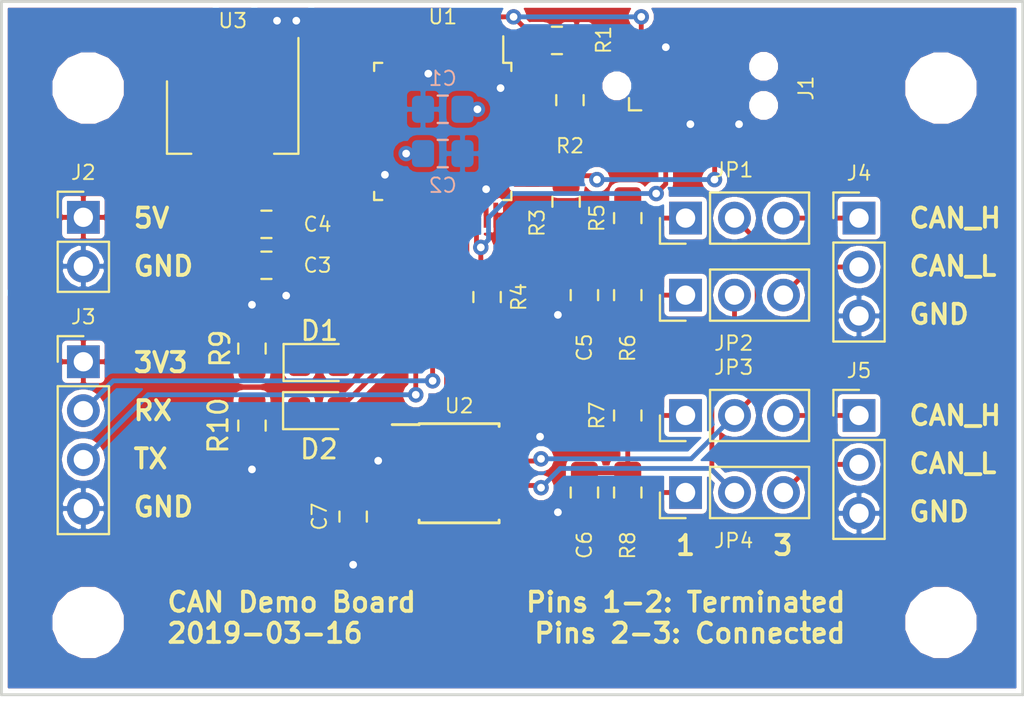
<source format=kicad_pcb>
(kicad_pcb (version 20171130) (host pcbnew 5.0.1+dfsg1-3)
  (layers (0 F.Cu signal) (31 B.Cu signal) (34 B.Paste user) (35 F.Paste user) (36 B.SilkS user) (37 F.SilkS user) (38 B.Mask user) (39 F.Mask user) (44 Edge.Cuts user))
  (net 0 "")
  (net 1 "Net-(JP3-Pad1)")
  (net 2 "Net-(C6-Pad1)")
  (net 3 "Net-(JP2-Pad1)")
  (net 4 "Net-(C5-Pad1)")
  (net 5 "Net-(JP1-Pad1)")
  (net 6 +3V3)
  (net 7 /SWDIO)
  (net 8 /SWDCLK)
  (net 9 GND)
  (net 10 "Net-(R2-Pad1)")
  (net 11 /~RESET)
  (net 12 "Net-(JP4-Pad1)")
  (net 13 +5V)
  (net 14 /CAN_TX)
  (net 15 /CAN_RX)
  (net 16 /CAN_L)
  (net 17 /CAN_H)
  (net 18 "Net-(U1-Pad2)")
  (net 19 "Net-(U1-Pad3)")
  (net 20 "Net-(U1-Pad4)")
  (net 21 "Net-(U1-Pad5)")
  (net 22 "Net-(U1-Pad6)")
  (net 23 "Net-(U1-Pad10)")
  (net 24 "Net-(U1-Pad11)")
  (net 25 "Net-(U1-Pad12)")
  (net 26 "Net-(U1-Pad13)")
  (net 27 "Net-(U1-Pad14)")
  (net 28 "Net-(U1-Pad15)")
  (net 29 "Net-(U1-Pad16)")
  (net 30 "Net-(U1-Pad17)")
  (net 31 "Net-(U1-Pad18)")
  (net 32 "Net-(U1-Pad19)")
  (net 33 "Net-(U1-Pad20)")
  (net 34 "Net-(U1-Pad21)")
  (net 35 "Net-(U1-Pad22)")
  (net 36 "Net-(U1-Pad27)")
  (net 37 "Net-(U1-Pad28)")
  (net 38 "Net-(U1-Pad29)")
  (net 39 /USART1_TX)
  (net 40 /USART1_RX)
  (net 41 "Net-(U1-Pad38)")
  (net 42 "Net-(U1-Pad39)")
  (net 43 "Net-(U1-Pad40)")
  (net 44 "Net-(U1-Pad41)")
  (net 45 "Net-(U1-Pad42)")
  (net 46 "Net-(U1-Pad43)")
  (net 47 "Net-(U1-Pad45)")
  (net 48 "Net-(U1-Pad46)")
  (net 49 /sheet5C8ECB51/OUT_L)
  (net 50 /Sheet5C8E6DBF/OUT_H)
  (net 51 /Sheet5C8E6DBF/OUT_L)
  (net 52 /sheet5C8ECB51/OUT_H)
  (net 53 "Net-(J1-Pad6)")
  (net 54 "Net-(J1-Pad7)")
  (net 55 "Net-(J1-Pad8)")
  (net 56 "Net-(D1-Pad1)")
  (net 57 "Net-(D2-Pad1)")
  (net 58 /LED_1)
  (net 59 /LED_2)
  (module LED_SMD:LED_0805_2012Metric_Pad1.15x1.40mm_HandSolder (layer F.Cu) (at 100.5 108.75)
    (fp_text reference D1 (at 0 -1.65) (layer F.SilkS))
    (fp_text value LED)
    (fp_line (start -1.86 0.96) (end 1 0.96) (layer F.SilkS) (width 0.12))
    (fp_line (start -1.86 -0.96) (end -1.86 0.96) (layer F.SilkS) (width 0.12))
    (fp_line (start 1 -0.96) (end -1.86 -0.96) (layer F.SilkS) (width 0.12))
    (pad 2 smd roundrect (at 1.025 0) (size 1.15 1.4) (layers F.Cu F.Paste F.Mask) (roundrect_rratio 0.217391) (net 58 /LED_1))
    (pad 1 smd roundrect (at -1.025 0) (size 1.15 1.4) (layers F.Cu F.Paste F.Mask) (roundrect_rratio 0.217391) (net 56 "Net-(D1-Pad1)"))
  )
  (module LED_SMD:LED_0805_2012Metric_Pad1.15x1.40mm_HandSolder (layer F.Cu) (at 100.475 111.25)
    (fp_text reference D2 (at 0 2) (layer F.SilkS))
    (fp_text value LED)
    (fp_line (start 1 -0.96) (end -1.86 -0.96) (layer F.SilkS) (width 0.12))
    (fp_line (start -1.86 -0.96) (end -1.86 0.96) (layer F.SilkS) (width 0.12))
    (fp_line (start -1.86 0.96) (end 1 0.96) (layer F.SilkS) (width 0.12))
    (pad 1 smd roundrect (at -1.025 0) (size 1.15 1.4) (layers F.Cu F.Paste F.Mask) (roundrect_rratio 0.217391) (net 57 "Net-(D2-Pad1)"))
    (pad 2 smd roundrect (at 1.025 0) (size 1.15 1.4) (layers F.Cu F.Paste F.Mask) (roundrect_rratio 0.217391) (net 59 /LED_2))
  )
  (module Resistor_SMD:R_0805_2012Metric_Pad1.15x1.40mm_HandSolder (layer F.Cu) (at 97 112.025 270)
    (fp_text reference R10 (at 0 1.75 270) (layer F.SilkS))
    (fp_text value 330R)
    (fp_line (start -0.261252 0.71) (end 0.261252 0.71) (layer F.SilkS) (width 0.12))
    (fp_line (start -0.261252 -0.71) (end 0.261252 -0.71) (layer F.SilkS) (width 0.12))
    (pad 2 smd roundrect (at 1.025 0 270) (size 1.15 1.4) (layers F.Cu F.Paste F.Mask) (roundrect_rratio 0.217391) (net 9 GND))
    (pad 1 smd roundrect (at -1.025 0 270) (size 1.15 1.4) (layers F.Cu F.Paste F.Mask) (roundrect_rratio 0.217391) (net 57 "Net-(D2-Pad1)"))
  )
  (module Resistor_SMD:R_0805_2012Metric_Pad1.15x1.40mm_HandSolder (layer F.Cu) (at 97 108.025 90)
    (fp_text reference R9 (at 0 -1.65 90) (layer F.SilkS))
    (fp_text value 330R)
    (fp_line (start -0.261252 -0.71) (end 0.261252 -0.71) (layer F.SilkS) (width 0.12))
    (fp_line (start -0.261252 0.71) (end 0.261252 0.71) (layer F.SilkS) (width 0.12))
    (pad 1 smd roundrect (at -1.025 0 90) (size 1.15 1.4) (layers F.Cu F.Paste F.Mask) (roundrect_rratio 0.217391) (net 56 "Net-(D1-Pad1)"))
    (pad 2 smd roundrect (at 1.025 0 90) (size 1.15 1.4) (layers F.Cu F.Paste F.Mask) (roundrect_rratio 0.217391) (net 9 GND))
  )
  (module Capacitor_SMD:C_0805_2012Metric_Pad1.15x1.40mm_HandSolder (layer F.Cu) (at 102.25 116.75 270)
    (fp_text reference C7 (at 0 1.75 270) (layer F.SilkS) (effects (font (size 0.75 0.75) (thickness 0.1))))
    (fp_text value "10uF / 6.3V")
    (fp_line (start -0.261252 -0.71) (end 0.261252 -0.71) (layer F.SilkS) (width 0.12))
    (fp_line (start -0.261252 0.71) (end 0.261252 0.71) (layer F.SilkS) (width 0.12))
    (pad 1 smd roundrect (at -1.025 0 270) (size 1.15 1.4) (layers F.Cu F.Paste F.Mask) (roundrect_rratio 0.217391) (net 6 +3V3))
    (pad 2 smd roundrect (at 1.025 0 270) (size 1.15 1.4) (layers F.Cu F.Paste F.Mask) (roundrect_rratio 0.217391) (net 9 GND))
  )
  (module Connector_TagConnect:Tag-Connect_TC2050-IDC-NL_2x05_P1.27mm_Vertical (layer F.Cu) (at 119.74 94.384)
    (fp_text reference J1 (at 6.01 0.116 90) (layer F.SilkS) (effects (font (size 0.75 0.75) (thickness 0.1))))
    (fp_text value Conn_ARM_JTAG_SWD_10)
    (fp_line (start -3.175 1.27) (end -3.175 0.635) (layer F.SilkS) (width 0.12))
    (fp_line (start -2.54 1.27) (end -3.175 1.27) (layer F.SilkS) (width 0.12))
    (pad "" np_thru_hole circle (at 3.81 -1.016) (size 0.9906 0.9906) (drill 0.9906) (layers *.Cu *.Mask))
    (pad "" np_thru_hole circle (at 3.81 1.016) (size 0.9906 0.9906) (drill 0.9906) (layers *.Cu *.Mask))
    (pad "" np_thru_hole circle (at -3.81 0) (size 0.9906 0.9906) (drill 0.9906) (layers *.Cu *.Mask))
    (pad 1 connect circle (at -2.54 0.635) (size 0.7874 0.7874) (layers F.Cu F.Mask) (net 6 +3V3))
    (pad 2 connect circle (at -1.27 0.635) (size 0.7874 0.7874) (layers F.Cu F.Mask) (net 7 /SWDIO))
    (pad 3 connect circle (at 0 0.635) (size 0.7874 0.7874) (layers F.Cu F.Mask) (net 9 GND))
    (pad 4 connect circle (at 1.27 0.635) (size 0.7874 0.7874) (layers F.Cu F.Mask) (net 8 /SWDCLK))
    (pad 5 connect circle (at 2.54 0.635) (size 0.7874 0.7874) (layers F.Cu F.Mask) (net 9 GND))
    (pad 6 connect circle (at 2.54 -0.635) (size 0.7874 0.7874) (layers F.Cu F.Mask) (net 53 "Net-(J1-Pad6)"))
    (pad 7 connect circle (at 1.27 -0.635) (size 0.7874 0.7874) (layers F.Cu F.Mask) (net 54 "Net-(J1-Pad7)"))
    (pad 8 connect circle (at 0 -0.635) (size 0.7874 0.7874) (layers F.Cu F.Mask) (net 55 "Net-(J1-Pad8)"))
    (pad 9 connect circle (at -1.27 -0.635) (size 0.7874 0.7874) (layers F.Cu F.Mask) (net 9 GND))
    (pad 10 connect circle (at -2.54 -0.635) (size 0.7874 0.7874) (layers F.Cu F.Mask) (net 11 /~RESET))
  )
  (module Connector_PinHeader_2.54mm:PinHeader_1x03_P2.54mm_Vertical (layer F.Cu) (at 128.5 111.5)
    (fp_text reference J5 (at 0 -2.33) (layer F.SilkS) (effects (font (size 0.75 0.75) (thickness 0.1))))
    (fp_text value Conn_01x03)
    (fp_line (start -1.33 -1.33) (end 0 -1.33) (layer F.SilkS) (width 0.12))
    (fp_line (start -1.33 0) (end -1.33 -1.33) (layer F.SilkS) (width 0.12))
    (fp_line (start -1.33 1.27) (end 1.33 1.27) (layer F.SilkS) (width 0.12))
    (fp_line (start 1.33 1.27) (end 1.33 6.41) (layer F.SilkS) (width 0.12))
    (fp_line (start -1.33 1.27) (end -1.33 6.41) (layer F.SilkS) (width 0.12))
    (fp_line (start -1.33 6.41) (end 1.33 6.41) (layer F.SilkS) (width 0.12))
    (pad 3 thru_hole oval (at 0 5.08) (size 1.7 1.7) (drill 1) (layers *.Cu *.Mask) (net 9 GND))
    (pad 2 thru_hole oval (at 0 2.54) (size 1.7 1.7) (drill 1) (layers *.Cu *.Mask) (net 49 /sheet5C8ECB51/OUT_L))
    (pad 1 thru_hole rect (at 0 0) (size 1.7 1.7) (drill 1) (layers *.Cu *.Mask) (net 52 /sheet5C8ECB51/OUT_H))
  )
  (module Connector_PinHeader_2.54mm:PinHeader_1x03_P2.54mm_Vertical (layer F.Cu) (at 128.5 101.25)
    (fp_text reference J4 (at 0 -2.33) (layer F.SilkS) (effects (font (size 0.75 0.75) (thickness 0.1))))
    (fp_text value Conn_01x03)
    (fp_line (start -1.33 6.41) (end 1.33 6.41) (layer F.SilkS) (width 0.12))
    (fp_line (start -1.33 1.27) (end -1.33 6.41) (layer F.SilkS) (width 0.12))
    (fp_line (start 1.33 1.27) (end 1.33 6.41) (layer F.SilkS) (width 0.12))
    (fp_line (start -1.33 1.27) (end 1.33 1.27) (layer F.SilkS) (width 0.12))
    (fp_line (start -1.33 0) (end -1.33 -1.33) (layer F.SilkS) (width 0.12))
    (fp_line (start -1.33 -1.33) (end 0 -1.33) (layer F.SilkS) (width 0.12))
    (pad 1 thru_hole rect (at 0 0) (size 1.7 1.7) (drill 1) (layers *.Cu *.Mask) (net 50 /Sheet5C8E6DBF/OUT_H))
    (pad 2 thru_hole oval (at 0 2.54) (size 1.7 1.7) (drill 1) (layers *.Cu *.Mask) (net 51 /Sheet5C8E6DBF/OUT_L))
    (pad 3 thru_hole oval (at 0 5.08) (size 1.7 1.7) (drill 1) (layers *.Cu *.Mask) (net 9 GND))
  )
  (module MountingHole:MountingHole_3.2mm_M3 (layer F.Cu) (at 132.75 122.25)
    (fp_text reference H1 hide)
    (fp_text value MountingHole)
    (pad 1 np_thru_hole circle (at 0 0) (size 3.2 3.2) (drill 3.2) (layers *.Cu *.Mask))
  )
  (module MountingHole:MountingHole_3.2mm_M3 (layer F.Cu) (at 132.75 94.5)
    (fp_text reference H2 hide)
    (fp_text value MountingHole)
    (pad 1 np_thru_hole circle (at 0 0) (size 3.2 3.2) (drill 3.2) (layers *.Cu *.Mask))
  )
  (module MountingHole:MountingHole_3.2mm_M3 (layer F.Cu) (at 88.5 122.25)
    (fp_text reference H3 hide)
    (fp_text value MountingHole)
    (pad 1 np_thru_hole circle (at 0 0) (size 3.2 3.2) (drill 3.2) (layers *.Cu *.Mask))
  )
  (module MountingHole:MountingHole_3.2mm_M3 (layer F.Cu) (at 88.5 94.5)
    (fp_text reference H4 hide)
    (fp_text value MountingHole)
    (pad 1 np_thru_hole circle (at 0 0) (size 3.2 3.2) (drill 3.2) (layers *.Cu *.Mask))
  )
  (module Capacitor_SMD:C_0805_2012Metric_Pad1.15x1.40mm_HandSolder (layer F.Cu) (at 114.25 105.25 270)
    (fp_text reference C5 (at 2.725 0 90) (layer F.SilkS) (effects (font (size 0.75 0.75) (thickness 0.1))))
    (fp_text value "4700pF / 50V")
    (fp_line (start -0.261252 -0.71) (end 0.261252 -0.71) (layer F.SilkS) (width 0.12))
    (fp_line (start -0.261252 0.71) (end 0.261252 0.71) (layer F.SilkS) (width 0.12))
    (pad 1 smd roundrect (at -1.025 0 270) (size 1.15 1.4) (layers F.Cu F.Paste F.Mask) (roundrect_rratio 0.217391) (net 4 "Net-(C5-Pad1)"))
    (pad 2 smd roundrect (at 1.025 0 270) (size 1.15 1.4) (layers F.Cu F.Paste F.Mask) (roundrect_rratio 0.217391) (net 9 GND))
  )
  (module Connector_PinHeader_2.54mm:PinHeader_1x03_P2.54mm_Vertical (layer F.Cu) (at 119.5 101.25 90)
    (fp_text reference JP1 (at 2.5 2.5 180) (layer F.SilkS) (effects (font (size 0.75 0.75) (thickness 0.1))))
    (fp_text value Jumper_3_Open)
    (fp_line (start -1.33 6.41) (end 1.33 6.41) (layer F.SilkS) (width 0.12))
    (fp_line (start -1.33 1.27) (end -1.33 6.41) (layer F.SilkS) (width 0.12))
    (fp_line (start 1.33 1.27) (end 1.33 6.41) (layer F.SilkS) (width 0.12))
    (fp_line (start -1.33 1.27) (end 1.33 1.27) (layer F.SilkS) (width 0.12))
    (fp_line (start -1.33 0) (end -1.33 -1.33) (layer F.SilkS) (width 0.12))
    (fp_line (start -1.33 -1.33) (end 0 -1.33) (layer F.SilkS) (width 0.12))
    (pad 1 thru_hole rect (at 0 0 90) (size 1.7 1.7) (drill 1) (layers *.Cu *.Mask) (net 5 "Net-(JP1-Pad1)"))
    (pad 2 thru_hole oval (at 0 2.54 90) (size 1.7 1.7) (drill 1) (layers *.Cu *.Mask) (net 17 /CAN_H))
    (pad 3 thru_hole oval (at 0 5.08 90) (size 1.7 1.7) (drill 1) (layers *.Cu *.Mask) (net 50 /Sheet5C8E6DBF/OUT_H))
  )
  (module Connector_PinHeader_2.54mm:PinHeader_1x03_P2.54mm_Vertical (layer F.Cu) (at 119.5 105.25 90)
    (fp_text reference JP2 (at -2.5 2.5 180) (layer F.SilkS) (effects (font (size 0.75 0.75) (thickness 0.1))))
    (fp_text value Jumper_3_Open)
    (fp_line (start -1.33 -1.33) (end 0 -1.33) (layer F.SilkS) (width 0.12))
    (fp_line (start -1.33 0) (end -1.33 -1.33) (layer F.SilkS) (width 0.12))
    (fp_line (start -1.33 1.27) (end 1.33 1.27) (layer F.SilkS) (width 0.12))
    (fp_line (start 1.33 1.27) (end 1.33 6.41) (layer F.SilkS) (width 0.12))
    (fp_line (start -1.33 1.27) (end -1.33 6.41) (layer F.SilkS) (width 0.12))
    (fp_line (start -1.33 6.41) (end 1.33 6.41) (layer F.SilkS) (width 0.12))
    (pad 3 thru_hole oval (at 0 5.08 90) (size 1.7 1.7) (drill 1) (layers *.Cu *.Mask) (net 51 /Sheet5C8E6DBF/OUT_L))
    (pad 2 thru_hole oval (at 0 2.54 90) (size 1.7 1.7) (drill 1) (layers *.Cu *.Mask) (net 16 /CAN_L))
    (pad 1 thru_hole rect (at 0 0 90) (size 1.7 1.7) (drill 1) (layers *.Cu *.Mask) (net 3 "Net-(JP2-Pad1)"))
  )
  (module Resistor_SMD:R_0805_2012Metric_Pad1.15x1.40mm_HandSolder (layer F.Cu) (at 116.5 101.25 270)
    (fp_text reference R5 (at 0 1.6 270) (layer F.SilkS) (effects (font (size 0.75 0.75) (thickness 0.1))))
    (fp_text value "59R / 1%")
    (fp_line (start -0.261252 0.71) (end 0.261252 0.71) (layer F.SilkS) (width 0.12))
    (fp_line (start -0.261252 -0.71) (end 0.261252 -0.71) (layer F.SilkS) (width 0.12))
    (pad 2 smd roundrect (at 1.025 0 270) (size 1.15 1.4) (layers F.Cu F.Paste F.Mask) (roundrect_rratio 0.217391) (net 4 "Net-(C5-Pad1)"))
    (pad 1 smd roundrect (at -1.025 0 270) (size 1.15 1.4) (layers F.Cu F.Paste F.Mask) (roundrect_rratio 0.217391) (net 5 "Net-(JP1-Pad1)"))
  )
  (module Resistor_SMD:R_0805_2012Metric_Pad1.15x1.40mm_HandSolder (layer F.Cu) (at 116.5 105.25 270)
    (fp_text reference R6 (at 2.75 0 270) (layer F.SilkS) (effects (font (size 0.75 0.75) (thickness 0.1))))
    (fp_text value "59R / 1%")
    (fp_line (start -0.261252 -0.71) (end 0.261252 -0.71) (layer F.SilkS) (width 0.12))
    (fp_line (start -0.261252 0.71) (end 0.261252 0.71) (layer F.SilkS) (width 0.12))
    (pad 1 smd roundrect (at -1.025 0 270) (size 1.15 1.4) (layers F.Cu F.Paste F.Mask) (roundrect_rratio 0.217391) (net 4 "Net-(C5-Pad1)"))
    (pad 2 smd roundrect (at 1.025 0 270) (size 1.15 1.4) (layers F.Cu F.Paste F.Mask) (roundrect_rratio 0.217391) (net 3 "Net-(JP2-Pad1)"))
  )
  (module Capacitor_SMD:C_0805_2012Metric_Pad1.15x1.40mm_HandSolder (layer B.Cu) (at 106.9 97.9)
    (fp_text reference C2 (at 0 1.65) (layer B.SilkS) (effects (font (size 0.75 0.75) (thickness 0.1)) (justify mirror)))
    (fp_text value "10uF / 6.3V")
    (fp_line (start -0.261252 -0.71) (end 0.261252 -0.71) (layer B.SilkS) (width 0.12))
    (fp_line (start -0.261252 0.71) (end 0.261252 0.71) (layer B.SilkS) (width 0.12))
    (pad 2 smd roundrect (at 1.025 0) (size 1.15 1.4) (layers B.Cu B.Paste B.Mask) (roundrect_rratio 0.217391) (net 9 GND))
    (pad 1 smd roundrect (at -1.025 0) (size 1.15 1.4) (layers B.Cu B.Paste B.Mask) (roundrect_rratio 0.217391) (net 6 +3V3))
  )
  (module Capacitor_SMD:C_0805_2012Metric_Pad1.15x1.40mm_HandSolder (layer F.Cu) (at 97.75 103.7 180)
    (fp_text reference C3 (at -2.65 0 180) (layer F.SilkS) (effects (font (size 0.75 0.75) (thickness 0.1))))
    (fp_text value "10uF / 6.3V")
    (fp_line (start -0.261252 -0.71) (end 0.261252 -0.71) (layer F.SilkS) (width 0.12))
    (fp_line (start -0.261252 0.71) (end 0.261252 0.71) (layer F.SilkS) (width 0.12))
    (pad 1 smd roundrect (at -1.025 0 180) (size 1.15 1.4) (layers F.Cu F.Paste F.Mask) (roundrect_rratio 0.217391) (net 9 GND))
    (pad 2 smd roundrect (at 1.025 0 180) (size 1.15 1.4) (layers F.Cu F.Paste F.Mask) (roundrect_rratio 0.217391) (net 13 +5V))
  )
  (module Capacitor_SMD:C_0805_2012Metric_Pad1.15x1.40mm_HandSolder (layer F.Cu) (at 97.75 101.575 180)
    (fp_text reference C4 (at -2.65 0 180) (layer F.SilkS) (effects (font (size 0.75 0.75) (thickness 0.1))))
    (fp_text value "10uF / 6.3V")
    (fp_line (start -0.261252 0.71) (end 0.261252 0.71) (layer F.SilkS) (width 0.12))
    (fp_line (start -0.261252 -0.71) (end 0.261252 -0.71) (layer F.SilkS) (width 0.12))
    (pad 2 smd roundrect (at 1.025 0 180) (size 1.15 1.4) (layers F.Cu F.Paste F.Mask) (roundrect_rratio 0.217391) (net 6 +3V3))
    (pad 1 smd roundrect (at -1.025 0 180) (size 1.15 1.4) (layers F.Cu F.Paste F.Mask) (roundrect_rratio 0.217391) (net 9 GND))
  )
  (module Capacitor_SMD:C_0805_2012Metric_Pad1.15x1.40mm_HandSolder (layer F.Cu) (at 114.25 115.5 270)
    (fp_text reference C6 (at 2.725 0 90) (layer F.SilkS) (effects (font (size 0.75 0.75) (thickness 0.1))))
    (fp_text value "4700pF / 50V")
    (fp_line (start -0.261252 0.71) (end 0.261252 0.71) (layer F.SilkS) (width 0.12))
    (fp_line (start -0.261252 -0.71) (end 0.261252 -0.71) (layer F.SilkS) (width 0.12))
    (pad 2 smd roundrect (at 1.025 0 270) (size 1.15 1.4) (layers F.Cu F.Paste F.Mask) (roundrect_rratio 0.217391) (net 9 GND))
    (pad 1 smd roundrect (at -1.025 0 270) (size 1.15 1.4) (layers F.Cu F.Paste F.Mask) (roundrect_rratio 0.217391) (net 2 "Net-(C6-Pad1)"))
  )
  (module Capacitor_SMD:C_0805_2012Metric_Pad1.15x1.40mm_HandSolder (layer B.Cu) (at 106.9 95.6)
    (fp_text reference C1 (at 0 -1.6) (layer B.SilkS) (effects (font (size 0.75 0.75) (thickness 0.1)) (justify mirror)))
    (fp_text value "10uF / 6.3V")
    (fp_line (start -0.261252 0.71) (end 0.261252 0.71) (layer B.SilkS) (width 0.12))
    (fp_line (start -0.261252 -0.71) (end 0.261252 -0.71) (layer B.SilkS) (width 0.12))
    (pad 1 smd roundrect (at -1.025 0) (size 1.15 1.4) (layers B.Cu B.Paste B.Mask) (roundrect_rratio 0.217391) (net 9 GND))
    (pad 2 smd roundrect (at 1.025 0) (size 1.15 1.4) (layers B.Cu B.Paste B.Mask) (roundrect_rratio 0.217391) (net 6 +3V3))
  )
  (module Connector_PinHeader_2.54mm:PinHeader_1x02_P2.54mm_Vertical (layer F.Cu) (at 88.25 101.21)
    (fp_text reference J2 (at 0 -2.33) (layer F.SilkS) (effects (font (size 0.75 0.75) (thickness 0.1))))
    (fp_text value Conn_01x02)
    (fp_line (start -1.33 3.87) (end 1.33 3.87) (layer F.SilkS) (width 0.12))
    (fp_line (start -1.33 1.27) (end -1.33 3.87) (layer F.SilkS) (width 0.12))
    (fp_line (start 1.33 1.27) (end 1.33 3.87) (layer F.SilkS) (width 0.12))
    (fp_line (start -1.33 1.27) (end 1.33 1.27) (layer F.SilkS) (width 0.12))
    (fp_line (start -1.33 0) (end -1.33 -1.33) (layer F.SilkS) (width 0.12))
    (fp_line (start -1.33 -1.33) (end 0 -1.33) (layer F.SilkS) (width 0.12))
    (pad 1 thru_hole rect (at 0 0) (size 1.7 1.7) (drill 1) (layers *.Cu *.Mask) (net 13 +5V))
    (pad 2 thru_hole oval (at 0 2.54) (size 1.7 1.7) (drill 1) (layers *.Cu *.Mask) (net 9 GND))
  )
  (module Connector_PinHeader_2.54mm:PinHeader_1x03_P2.54mm_Vertical (layer F.Cu) (at 119.5 111.5 90)
    (fp_text reference JP3 (at 2.5 2.5 180) (layer F.SilkS) (effects (font (size 0.75 0.75) (thickness 0.1))))
    (fp_text value Jumper_3_Open)
    (fp_line (start -1.33 -1.33) (end 0 -1.33) (layer F.SilkS) (width 0.12))
    (fp_line (start -1.33 0) (end -1.33 -1.33) (layer F.SilkS) (width 0.12))
    (fp_line (start -1.33 1.27) (end 1.33 1.27) (layer F.SilkS) (width 0.12))
    (fp_line (start 1.33 1.27) (end 1.33 6.41) (layer F.SilkS) (width 0.12))
    (fp_line (start -1.33 1.27) (end -1.33 6.41) (layer F.SilkS) (width 0.12))
    (fp_line (start -1.33 6.41) (end 1.33 6.41) (layer F.SilkS) (width 0.12))
    (pad 3 thru_hole oval (at 0 5.08 90) (size 1.7 1.7) (drill 1) (layers *.Cu *.Mask) (net 52 /sheet5C8ECB51/OUT_H))
    (pad 2 thru_hole oval (at 0 2.54 90) (size 1.7 1.7) (drill 1) (layers *.Cu *.Mask) (net 17 /CAN_H))
    (pad 1 thru_hole rect (at 0 0 90) (size 1.7 1.7) (drill 1) (layers *.Cu *.Mask) (net 1 "Net-(JP3-Pad1)"))
  )
  (module Connector_PinHeader_2.54mm:PinHeader_1x03_P2.54mm_Vertical (layer F.Cu) (at 119.5 115.5 90)
    (fp_text reference JP4 (at -2.5 2.5 180) (layer F.SilkS) (effects (font (size 0.75 0.75) (thickness 0.1))))
    (fp_text value Jumper_3_Open)
    (fp_line (start -1.33 6.41) (end 1.33 6.41) (layer F.SilkS) (width 0.12))
    (fp_line (start -1.33 1.27) (end -1.33 6.41) (layer F.SilkS) (width 0.12))
    (fp_line (start 1.33 1.27) (end 1.33 6.41) (layer F.SilkS) (width 0.12))
    (fp_line (start -1.33 1.27) (end 1.33 1.27) (layer F.SilkS) (width 0.12))
    (fp_line (start -1.33 0) (end -1.33 -1.33) (layer F.SilkS) (width 0.12))
    (fp_line (start -1.33 -1.33) (end 0 -1.33) (layer F.SilkS) (width 0.12))
    (pad 1 thru_hole rect (at 0 0 90) (size 1.7 1.7) (drill 1) (layers *.Cu *.Mask) (net 12 "Net-(JP4-Pad1)"))
    (pad 2 thru_hole oval (at 0 2.54 90) (size 1.7 1.7) (drill 1) (layers *.Cu *.Mask) (net 16 /CAN_L))
    (pad 3 thru_hole oval (at 0 5.08 90) (size 1.7 1.7) (drill 1) (layers *.Cu *.Mask) (net 49 /sheet5C8ECB51/OUT_L))
  )
  (module Connector_PinHeader_2.54mm:PinHeader_1x04_P2.54mm_Vertical (layer F.Cu) (at 88.25 108.71)
    (fp_text reference J3 (at 0 -2.33) (layer F.SilkS) (effects (font (size 0.75 0.75) (thickness 0.1))))
    (fp_text value Conn_01x04)
    (fp_line (start -1.33 8.95) (end 1.33 8.95) (layer F.SilkS) (width 0.12))
    (fp_line (start -1.33 1.27) (end -1.33 8.95) (layer F.SilkS) (width 0.12))
    (fp_line (start 1.33 1.27) (end 1.33 8.95) (layer F.SilkS) (width 0.12))
    (fp_line (start -1.33 1.27) (end 1.33 1.27) (layer F.SilkS) (width 0.12))
    (fp_line (start -1.33 0) (end -1.33 -1.33) (layer F.SilkS) (width 0.12))
    (fp_line (start -1.33 -1.33) (end 0 -1.33) (layer F.SilkS) (width 0.12))
    (pad 1 thru_hole rect (at 0 0) (size 1.7 1.7) (drill 1) (layers *.Cu *.Mask) (net 6 +3V3))
    (pad 2 thru_hole oval (at 0 2.54) (size 1.7 1.7) (drill 1) (layers *.Cu *.Mask) (net 40 /USART1_RX))
    (pad 3 thru_hole oval (at 0 5.08) (size 1.7 1.7) (drill 1) (layers *.Cu *.Mask) (net 39 /USART1_TX))
    (pad 4 thru_hole oval (at 0 7.62) (size 1.7 1.7) (drill 1) (layers *.Cu *.Mask) (net 9 GND))
  )
  (module Package_QFP:LQFP-48_7x7mm_P0.5mm (layer F.Cu) (at 106.9 96.75 270)
    (fp_text reference U1 (at -5.95 0) (layer F.SilkS) (effects (font (size 0.75 0.75) (thickness 0.1))))
    (fp_text value STM32F091CBTx)
    (fp_line (start 3.56 -3.56) (end 3.56 -3.14) (layer F.SilkS) (width 0.12))
    (fp_line (start 3.56 3.56) (end 3.56 3.14) (layer F.SilkS) (width 0.12))
    (fp_line (start -3.56 3.56) (end -3.56 3.14) (layer F.SilkS) (width 0.12))
    (fp_line (start -3.56 -3.56) (end -3.14 -3.56) (layer F.SilkS) (width 0.12))
    (fp_line (start 3.56 3.56) (end 3.14 3.56) (layer F.SilkS) (width 0.12))
    (fp_line (start 3.56 -3.56) (end 3.14 -3.56) (layer F.SilkS) (width 0.12))
    (fp_line (start -3.56 -3.14) (end -4.94 -3.14) (layer F.SilkS) (width 0.12))
    (fp_line (start -3.56 -3.56) (end -3.56 -3.14) (layer F.SilkS) (width 0.12))
    (fp_line (start -3.56 3.56) (end -3.14 3.56) (layer F.SilkS) (width 0.12))
    (pad 1 smd rect (at -4.35 -2.75 270) (size 1.3 0.25) (layers F.Cu F.Paste F.Mask) (net 6 +3V3))
    (pad 2 smd rect (at -4.35 -2.25 270) (size 1.3 0.25) (layers F.Cu F.Paste F.Mask) (net 18 "Net-(U1-Pad2)"))
    (pad 3 smd rect (at -4.35 -1.75 270) (size 1.3 0.25) (layers F.Cu F.Paste F.Mask) (net 19 "Net-(U1-Pad3)"))
    (pad 4 smd rect (at -4.35 -1.25 270) (size 1.3 0.25) (layers F.Cu F.Paste F.Mask) (net 20 "Net-(U1-Pad4)"))
    (pad 5 smd rect (at -4.35 -0.75 270) (size 1.3 0.25) (layers F.Cu F.Paste F.Mask) (net 21 "Net-(U1-Pad5)"))
    (pad 6 smd rect (at -4.35 -0.25 270) (size 1.3 0.25) (layers F.Cu F.Paste F.Mask) (net 22 "Net-(U1-Pad6)"))
    (pad 7 smd rect (at -4.35 0.25 270) (size 1.3 0.25) (layers F.Cu F.Paste F.Mask) (net 11 /~RESET))
    (pad 8 smd rect (at -4.35 0.75 270) (size 1.3 0.25) (layers F.Cu F.Paste F.Mask) (net 9 GND))
    (pad 9 smd rect (at -4.35 1.25 270) (size 1.3 0.25) (layers F.Cu F.Paste F.Mask) (net 6 +3V3))
    (pad 10 smd rect (at -4.35 1.75 270) (size 1.3 0.25) (layers F.Cu F.Paste F.Mask) (net 23 "Net-(U1-Pad10)"))
    (pad 11 smd rect (at -4.35 2.25 270) (size 1.3 0.25) (layers F.Cu F.Paste F.Mask) (net 24 "Net-(U1-Pad11)"))
    (pad 12 smd rect (at -4.35 2.75 270) (size 1.3 0.25) (layers F.Cu F.Paste F.Mask) (net 25 "Net-(U1-Pad12)"))
    (pad 13 smd rect (at -2.75 4.35) (size 1.3 0.25) (layers F.Cu F.Paste F.Mask) (net 26 "Net-(U1-Pad13)"))
    (pad 14 smd rect (at -2.25 4.35) (size 1.3 0.25) (layers F.Cu F.Paste F.Mask) (net 27 "Net-(U1-Pad14)"))
    (pad 15 smd rect (at -1.75 4.35) (size 1.3 0.25) (layers F.Cu F.Paste F.Mask) (net 28 "Net-(U1-Pad15)"))
    (pad 16 smd rect (at -1.25 4.35) (size 1.3 0.25) (layers F.Cu F.Paste F.Mask) (net 29 "Net-(U1-Pad16)"))
    (pad 17 smd rect (at -0.75 4.35) (size 1.3 0.25) (layers F.Cu F.Paste F.Mask) (net 30 "Net-(U1-Pad17)"))
    (pad 18 smd rect (at -0.25 4.35) (size 1.3 0.25) (layers F.Cu F.Paste F.Mask) (net 31 "Net-(U1-Pad18)"))
    (pad 19 smd rect (at 0.25 4.35) (size 1.3 0.25) (layers F.Cu F.Paste F.Mask) (net 32 "Net-(U1-Pad19)"))
    (pad 20 smd rect (at 0.75 4.35) (size 1.3 0.25) (layers F.Cu F.Paste F.Mask) (net 33 "Net-(U1-Pad20)"))
    (pad 21 smd rect (at 1.25 4.35) (size 1.3 0.25) (layers F.Cu F.Paste F.Mask) (net 34 "Net-(U1-Pad21)"))
    (pad 22 smd rect (at 1.75 4.35) (size 1.3 0.25) (layers F.Cu F.Paste F.Mask) (net 35 "Net-(U1-Pad22)"))
    (pad 23 smd rect (at 2.25 4.35) (size 1.3 0.25) (layers F.Cu F.Paste F.Mask) (net 9 GND))
    (pad 24 smd rect (at 2.75 4.35) (size 1.3 0.25) (layers F.Cu F.Paste F.Mask) (net 6 +3V3))
    (pad 25 smd rect (at 4.35 2.75 270) (size 1.3 0.25) (layers F.Cu F.Paste F.Mask) (net 58 /LED_1))
    (pad 26 smd rect (at 4.35 2.25 270) (size 1.3 0.25) (layers F.Cu F.Paste F.Mask) (net 59 /LED_2))
    (pad 27 smd rect (at 4.35 1.75 270) (size 1.3 0.25) (layers F.Cu F.Paste F.Mask) (net 36 "Net-(U1-Pad27)"))
    (pad 28 smd rect (at 4.35 1.25 270) (size 1.3 0.25) (layers F.Cu F.Paste F.Mask) (net 37 "Net-(U1-Pad28)"))
    (pad 29 smd rect (at 4.35 0.75 270) (size 1.3 0.25) (layers F.Cu F.Paste F.Mask) (net 38 "Net-(U1-Pad29)"))
    (pad 30 smd rect (at 4.35 0.25 270) (size 1.3 0.25) (layers F.Cu F.Paste F.Mask) (net 39 /USART1_TX))
    (pad 31 smd rect (at 4.35 -0.25 270) (size 1.3 0.25) (layers F.Cu F.Paste F.Mask) (net 40 /USART1_RX))
    (pad 32 smd rect (at 4.35 -0.75 270) (size 1.3 0.25) (layers F.Cu F.Paste F.Mask) (net 15 /CAN_RX))
    (pad 33 smd rect (at 4.35 -1.25 270) (size 1.3 0.25) (layers F.Cu F.Paste F.Mask) (net 14 /CAN_TX))
    (pad 34 smd rect (at 4.35 -1.75 270) (size 1.3 0.25) (layers F.Cu F.Paste F.Mask) (net 7 /SWDIO))
    (pad 35 smd rect (at 4.35 -2.25 270) (size 1.3 0.25) (layers F.Cu F.Paste F.Mask) (net 9 GND))
    (pad 36 smd rect (at 4.35 -2.75 270) (size 1.3 0.25) (layers F.Cu F.Paste F.Mask) (net 6 +3V3))
    (pad 37 smd rect (at 2.75 -4.35) (size 1.3 0.25) (layers F.Cu F.Paste F.Mask) (net 8 /SWDCLK))
    (pad 38 smd rect (at 2.25 -4.35) (size 1.3 0.25) (layers F.Cu F.Paste F.Mask) (net 41 "Net-(U1-Pad38)"))
    (pad 39 smd rect (at 1.75 -4.35) (size 1.3 0.25) (layers F.Cu F.Paste F.Mask) (net 42 "Net-(U1-Pad39)"))
    (pad 40 smd rect (at 1.25 -4.35) (size 1.3 0.25) (layers F.Cu F.Paste F.Mask) (net 43 "Net-(U1-Pad40)"))
    (pad 41 smd rect (at 0.75 -4.35) (size 1.3 0.25) (layers F.Cu F.Paste F.Mask) (net 44 "Net-(U1-Pad41)"))
    (pad 42 smd rect (at 0.25 -4.35) (size 1.3 0.25) (layers F.Cu F.Paste F.Mask) (net 45 "Net-(U1-Pad42)"))
    (pad 43 smd rect (at -0.25 -4.35) (size 1.3 0.25) (layers F.Cu F.Paste F.Mask) (net 46 "Net-(U1-Pad43)"))
    (pad 44 smd rect (at -0.75 -4.35) (size 1.3 0.25) (layers F.Cu F.Paste F.Mask) (net 10 "Net-(R2-Pad1)"))
    (pad 45 smd rect (at -1.25 -4.35) (size 1.3 0.25) (layers F.Cu F.Paste F.Mask) (net 47 "Net-(U1-Pad45)"))
    (pad 46 smd rect (at -1.75 -4.35) (size 1.3 0.25) (layers F.Cu F.Paste F.Mask) (net 48 "Net-(U1-Pad46)"))
    (pad 47 smd rect (at -2.25 -4.35) (size 1.3 0.25) (layers F.Cu F.Paste F.Mask) (net 9 GND))
    (pad 48 smd rect (at -2.75 -4.35) (size 1.3 0.25) (layers F.Cu F.Paste F.Mask) (net 6 +3V3))
  )
  (module Package_SO:SOIC-8_3.9x4.9mm_P1.27mm (layer F.Cu) (at 107.75 114.5)
    (fp_text reference U2 (at 0 -3.5) (layer F.SilkS) (effects (font (size 0.75 0.75) (thickness 0.1))))
    (fp_text value MAX3051)
    (fp_line (start -2.075 -2.575) (end -2.075 -2.525) (layer F.SilkS) (width 0.15))
    (fp_line (start 2.075 -2.575) (end 2.075 -2.43) (layer F.SilkS) (width 0.15))
    (fp_line (start 2.075 2.575) (end 2.075 2.43) (layer F.SilkS) (width 0.15))
    (fp_line (start -2.075 2.575) (end -2.075 2.43) (layer F.SilkS) (width 0.15))
    (fp_line (start -2.075 -2.575) (end 2.075 -2.575) (layer F.SilkS) (width 0.15))
    (fp_line (start -2.075 2.575) (end 2.075 2.575) (layer F.SilkS) (width 0.15))
    (fp_line (start -2.075 -2.525) (end -3.475 -2.525) (layer F.SilkS) (width 0.15))
    (pad 1 smd rect (at -2.7 -1.905) (size 1.55 0.6) (layers F.Cu F.Paste F.Mask) (net 14 /CAN_TX))
    (pad 2 smd rect (at -2.7 -0.635) (size 1.55 0.6) (layers F.Cu F.Paste F.Mask) (net 9 GND))
    (pad 3 smd rect (at -2.7 0.635) (size 1.55 0.6) (layers F.Cu F.Paste F.Mask) (net 6 +3V3))
    (pad 4 smd rect (at -2.7 1.905) (size 1.55 0.6) (layers F.Cu F.Paste F.Mask) (net 15 /CAN_RX))
    (pad 5 smd rect (at 2.7 1.905) (size 1.55 0.6) (layers F.Cu F.Paste F.Mask) (net 9 GND))
    (pad 6 smd rect (at 2.7 0.635) (size 1.55 0.6) (layers F.Cu F.Paste F.Mask) (net 16 /CAN_L))
    (pad 7 smd rect (at 2.7 -0.635) (size 1.55 0.6) (layers F.Cu F.Paste F.Mask) (net 17 /CAN_H))
    (pad 8 smd rect (at 2.7 -1.905) (size 1.55 0.6) (layers F.Cu F.Paste F.Mask) (net 9 GND))
  )
  (module Package_TO_SOT_SMD:SOT-223 (layer F.Cu) (at 96 96 270)
    (fp_text reference U3 (at -5 0) (layer F.SilkS) (effects (font (size 0.75 0.75) (thickness 0.1))))
    (fp_text value AZ1117-3.3)
    (fp_line (start 1.91 3.41) (end 1.91 2.15) (layer F.SilkS) (width 0.12))
    (fp_line (start 1.91 -3.41) (end 1.91 -2.15) (layer F.SilkS) (width 0.12))
    (fp_line (start -1.85 3.41) (end 1.91 3.41) (layer F.SilkS) (width 0.12))
    (fp_line (start -4.1 -3.41) (end 1.91 -3.41) (layer F.SilkS) (width 0.12))
    (pad 4 smd rect (at 3.15 0 270) (size 2 3.8) (layers F.Cu F.Paste F.Mask))
    (pad 2 smd rect (at -3.15 0 270) (size 2 1.5) (layers F.Cu F.Paste F.Mask) (net 6 +3V3))
    (pad 3 smd rect (at -3.15 2.3 270) (size 2 1.5) (layers F.Cu F.Paste F.Mask) (net 13 +5V))
    (pad 1 smd rect (at -3.15 -2.3 270) (size 2 1.5) (layers F.Cu F.Paste F.Mask) (net 9 GND))
  )
  (module Resistor_SMD:R_0805_2012Metric_Pad1.15x1.40mm_HandSolder (layer F.Cu) (at 116.5 115.5 270)
    (fp_text reference R8 (at 2.75 0 270) (layer F.SilkS) (effects (font (size 0.75 0.75) (thickness 0.1))))
    (fp_text value "59R / 1%")
    (fp_line (start -0.261252 0.71) (end 0.261252 0.71) (layer F.SilkS) (width 0.12))
    (fp_line (start -0.261252 -0.71) (end 0.261252 -0.71) (layer F.SilkS) (width 0.12))
    (pad 2 smd roundrect (at 1.025 0 270) (size 1.15 1.4) (layers F.Cu F.Paste F.Mask) (roundrect_rratio 0.217391) (net 12 "Net-(JP4-Pad1)"))
    (pad 1 smd roundrect (at -1.025 0 270) (size 1.15 1.4) (layers F.Cu F.Paste F.Mask) (roundrect_rratio 0.217391) (net 2 "Net-(C6-Pad1)"))
  )
  (module Resistor_SMD:R_0805_2012Metric_Pad1.15x1.40mm_HandSolder (layer F.Cu) (at 112.825 92.025)
    (fp_text reference R1 (at 2.425 -0.025 90) (layer F.SilkS) (effects (font (size 0.75 0.75) (thickness 0.1))))
    (fp_text value 10k)
    (fp_line (start -0.261252 -0.71) (end 0.261252 -0.71) (layer F.SilkS) (width 0.12))
    (fp_line (start -0.261252 0.71) (end 0.261252 0.71) (layer F.SilkS) (width 0.12))
    (pad 1 smd roundrect (at -1.025 0) (size 1.15 1.4) (layers F.Cu F.Paste F.Mask) (roundrect_rratio 0.217391) (net 11 /~RESET))
    (pad 2 smd roundrect (at 1.025 0) (size 1.15 1.4) (layers F.Cu F.Paste F.Mask) (roundrect_rratio 0.217391) (net 6 +3V3))
  )
  (module Resistor_SMD:R_0805_2012Metric_Pad1.15x1.40mm_HandSolder (layer F.Cu) (at 113.5 95.125 90)
    (fp_text reference R2 (at -2.375 0 180) (layer F.SilkS) (effects (font (size 0.75 0.75) (thickness 0.1))))
    (fp_text value 10k)
    (fp_line (start -0.261252 0.71) (end 0.261252 0.71) (layer F.SilkS) (width 0.12))
    (fp_line (start -0.261252 -0.71) (end 0.261252 -0.71) (layer F.SilkS) (width 0.12))
    (pad 2 smd roundrect (at 1.025 0 90) (size 1.15 1.4) (layers F.Cu F.Paste F.Mask) (roundrect_rratio 0.217391) (net 9 GND))
    (pad 1 smd roundrect (at -1.025 0 90) (size 1.15 1.4) (layers F.Cu F.Paste F.Mask) (roundrect_rratio 0.217391) (net 10 "Net-(R2-Pad1)"))
  )
  (module Resistor_SMD:R_0805_2012Metric_Pad1.15x1.40mm_HandSolder (layer F.Cu) (at 113.3 100.4 270)
    (fp_text reference R3 (at 1.1 1.5 270) (layer F.SilkS) (effects (font (size 0.75 0.75) (thickness 0.1))))
    (fp_text value 10k)
    (fp_line (start -0.261252 -0.71) (end 0.261252 -0.71) (layer F.SilkS) (width 0.12))
    (fp_line (start -0.261252 0.71) (end 0.261252 0.71) (layer F.SilkS) (width 0.12))
    (pad 1 smd roundrect (at -1.025 0 270) (size 1.15 1.4) (layers F.Cu F.Paste F.Mask) (roundrect_rratio 0.217391) (net 8 /SWDCLK))
    (pad 2 smd roundrect (at 1.025 0 270) (size 1.15 1.4) (layers F.Cu F.Paste F.Mask) (roundrect_rratio 0.217391) (net 6 +3V3))
  )
  (module Resistor_SMD:R_0805_2012Metric_Pad1.15x1.40mm_HandSolder (layer F.Cu) (at 109.2 105.35 270)
    (fp_text reference R4 (at 0 -1.65 270) (layer F.SilkS) (effects (font (size 0.75 0.75) (thickness 0.1))))
    (fp_text value 10k)
    (fp_line (start -0.261252 0.71) (end 0.261252 0.71) (layer F.SilkS) (width 0.12))
    (fp_line (start -0.261252 -0.71) (end 0.261252 -0.71) (layer F.SilkS) (width 0.12))
    (pad 2 smd roundrect (at 1.025 0 270) (size 1.15 1.4) (layers F.Cu F.Paste F.Mask) (roundrect_rratio 0.217391) (net 6 +3V3))
    (pad 1 smd roundrect (at -1.025 0 270) (size 1.15 1.4) (layers F.Cu F.Paste F.Mask) (roundrect_rratio 0.217391) (net 7 /SWDIO))
  )
  (module Resistor_SMD:R_0805_2012Metric_Pad1.15x1.40mm_HandSolder (layer F.Cu) (at 116.5 111.5 270)
    (fp_text reference R7 (at 0 1.6 270) (layer F.SilkS) (effects (font (size 0.75 0.75) (thickness 0.1))))
    (fp_text value "59R / 1%")
    (fp_line (start -0.261252 -0.71) (end 0.261252 -0.71) (layer F.SilkS) (width 0.12))
    (fp_line (start -0.261252 0.71) (end 0.261252 0.71) (layer F.SilkS) (width 0.12))
    (pad 1 smd roundrect (at -1.025 0 270) (size 1.15 1.4) (layers F.Cu F.Paste F.Mask) (roundrect_rratio 0.217391) (net 1 "Net-(JP3-Pad1)"))
    (pad 2 smd roundrect (at 1.025 0 270) (size 1.15 1.4) (layers F.Cu F.Paste F.Mask) (roundrect_rratio 0.217391) (net 2 "Net-(C6-Pad1)"))
  )
  (gr_text "CAN Demo Board\n2019-03-16" (at 92.5 122) (layer F.SilkS) (effects (font (size 1 1) (thickness 0.2)) (justify left)))
  (gr_line (start 84 126) (end 84 90) (layer Edge.Cuts) (width 0.15))
  (gr_line (start 137 126) (end 84 126) (layer Edge.Cuts) (width 0.15))
  (gr_line (start 137 90) (end 137 126) (layer Edge.Cuts) (width 0.15))
  (gr_line (start 84 90) (end 137 90) (layer Edge.Cuts) (width 0.15))
  (gr_text 3 (at 124.55 118.25) (layer F.SilkS) (effects (font (size 1 1) (thickness 0.2))))
  (gr_text 1 (at 119.5 118.25) (layer F.SilkS) (effects (font (size 1 1) (thickness 0.2))))
  (gr_text "Pins 1-2: Terminated\nPins 2-3: Connected" (at 127.9 122) (layer F.SilkS) (effects (font (size 1 1) (thickness 0.2)) (justify right)))
  (gr_text CAN_H (at 131 101.25) (layer F.SilkS) (effects (font (size 1 1) (thickness 0.2)) (justify left)))
  (gr_text GND (at 131 106.25) (layer F.SilkS) (effects (font (size 1 1) (thickness 0.2)) (justify left)))
  (gr_text "CAN_L\n" (at 131 103.75) (layer F.SilkS) (effects (font (size 1 1) (thickness 0.2)) (justify left)))
  (gr_text GND (at 131 116.5) (layer F.SilkS) (effects (font (size 1 1) (thickness 0.2)) (justify left)))
  (gr_text "CAN_L\n" (at 131 114) (layer F.SilkS) (effects (font (size 1 1) (thickness 0.2)) (justify left)))
  (gr_text CAN_H (at 131 111.5) (layer F.SilkS) (effects (font (size 1 1) (thickness 0.2)) (justify left)))
  (gr_text GND (at 90.75 103.75) (layer F.SilkS) (effects (font (size 1 1) (thickness 0.2)) (justify left)))
  (gr_text 5V (at 90.75 101.25) (layer F.SilkS) (effects (font (size 1 1) (thickness 0.2)) (justify left)))
  (gr_text 3V3 (at 90.75 108.75) (layer F.SilkS) (effects (font (size 1 1) (thickness 0.2)) (justify left)))
  (gr_text RX (at 90.75 111.25) (layer F.SilkS) (effects (font (size 1 1) (thickness 0.2)) (justify left)))
  (gr_text TX (at 90.75 113.75) (layer F.SilkS) (effects (font (size 1 1) (thickness 0.2)) (justify left)))
  (gr_text GND (at 90.75 116.25) (layer F.SilkS) (effects (font (size 1 1) (thickness 0.2)) (justify left)))
  (segment (start 117.525 111.5) (end 116.5 110.475) (width 0.25) (layer F.Cu) (net 1))
  (segment (start 119.5 111.5) (end 117.525 111.5) (width 0.25) (layer F.Cu) (net 1))
  (segment (start 114.25 114.475) (end 116.5 114.475) (width 0.25) (layer F.Cu) (net 2))
  (segment (start 116.5 112.525) (end 116.5 114.475) (width 0.25) (layer F.Cu) (net 2))
  (segment (start 117.525 105.25) (end 116.5 106.275) (width 0.25) (layer F.Cu) (net 3))
  (segment (start 119.5 105.25) (end 117.525 105.25) (width 0.25) (layer F.Cu) (net 3))
  (segment (start 114.25 104.225) (end 116.5 104.225) (width 0.25) (layer F.Cu) (net 4))
  (segment (start 116.5 102.275) (end 116.5 104.225) (width 0.25) (layer F.Cu) (net 4))
  (segment (start 117.525 101.25) (end 116.5 100.225) (width 0.25) (layer F.Cu) (net 5))
  (segment (start 119.5 101.25) (end 117.525 101.25) (width 0.25) (layer F.Cu) (net 5))
  (via (at 108.7 95.6) (size 0.8) (drill 0.4) (layers F.Cu B.Cu) (net 6))
  (segment (start 107.925 95.6) (end 108.7 95.6) (width 0.25) (layer B.Cu) (net 6))
  (via (at 105 97.9) (size 0.8) (drill 0.4) (layers F.Cu B.Cu) (net 6))
  (segment (start 105.875 97.9) (end 105 97.9) (width 0.25) (layer B.Cu) (net 6))
  (via (at 117.975 99.975) (size 0.8) (drill 0.4) (layers F.Cu B.Cu) (net 7))
  (segment (start 118.47 99.48) (end 117.975 99.975) (width 0.25) (layer F.Cu) (net 7))
  (segment (start 118.47 95.019) (end 118.47 99.48) (width 0.25) (layer F.Cu) (net 7))
  (segment (start 108.65 101.1) (end 108.65 102.545969) (width 0.25) (layer F.Cu) (net 7))
  (segment (start 108.87501 103.336664) (end 108.87501 102.770979) (width 0.25) (layer F.Cu) (net 7))
  (segment (start 108.65 102.545969) (end 108.87501 102.770979) (width 0.25) (layer F.Cu) (net 7))
  (via (at 108.87501 102.770979) (size 0.8) (drill 0.4) (layers F.Cu B.Cu) (net 7))
  (segment (start 108.65 104.325) (end 108.87501 104.09999) (width 0.25) (layer F.Cu) (net 7))
  (segment (start 108.87501 104.09999) (end 108.87501 103.336664) (width 0.25) (layer F.Cu) (net 7))
  (segment (start 109.275009 102.37098) (end 108.87501 102.770979) (width 0.25) (layer B.Cu) (net 7))
  (segment (start 109.275009 101.224991) (end 109.275009 102.37098) (width 0.25) (layer B.Cu) (net 7))
  (segment (start 110.525 99.975) (end 109.275009 101.224991) (width 0.25) (layer B.Cu) (net 7))
  (segment (start 117.975 99.975) (end 110.525 99.975) (width 0.25) (layer B.Cu) (net 7))
  (segment (start 113.025 99.5) (end 113.475 99.05) (width 0.25) (layer F.Cu) (net 8))
  (segment (start 111.25 99.5) (end 113.025 99.5) (width 0.25) (layer F.Cu) (net 8))
  (segment (start 114.7 99.05) (end 114.9 99.25) (width 0.25) (layer F.Cu) (net 8))
  (via (at 114.9 99.25) (size 0.8) (drill 0.4) (layers F.Cu B.Cu) (net 8))
  (segment (start 113.475 99.05) (end 114.7 99.05) (width 0.25) (layer F.Cu) (net 8))
  (via (at 121 99.25) (size 0.8) (drill 0.4) (layers F.Cu B.Cu) (net 8))
  (segment (start 121.01 99.24) (end 121 99.25) (width 0.25) (layer F.Cu) (net 8))
  (segment (start 121.01 95.019) (end 121.01 99.24) (width 0.25) (layer F.Cu) (net 8))
  (segment (start 121 99.25) (end 114.9 99.25) (width 0.25) (layer B.Cu) (net 8))
  (via (at 112.875 106.275) (size 0.8) (drill 0.4) (layers F.Cu B.Cu) (net 9))
  (segment (start 114.25 106.275) (end 112.875 106.275) (width 0.25) (layer F.Cu) (net 9))
  (segment (start 114.25 116.525) (end 112.875 116.525) (width 0.25) (layer F.Cu) (net 9))
  (via (at 112.875 116.525) (size 0.8) (drill 0.4) (layers F.Cu B.Cu) (net 9))
  (via (at 111.95 112.6) (size 0.8) (drill 0.4) (layers F.Cu B.Cu) (net 9))
  (segment (start 111.945 112.595) (end 111.95 112.6) (width 0.25) (layer F.Cu) (net 9))
  (segment (start 110.45 112.595) (end 111.945 112.595) (width 0.25) (layer F.Cu) (net 9))
  (segment (start 112.755 116.405) (end 112.875 116.525) (width 0.25) (layer F.Cu) (net 9))
  (segment (start 110.45 116.405) (end 112.755 116.405) (width 0.25) (layer F.Cu) (net 9))
  (via (at 103.55 113.85) (size 0.8) (drill 0.4) (layers F.Cu B.Cu) (net 9))
  (segment (start 103.565 113.865) (end 103.55 113.85) (width 0.25) (layer F.Cu) (net 9))
  (segment (start 105.05 113.865) (end 103.565 113.865) (width 0.25) (layer F.Cu) (net 9))
  (via (at 106.15 93.75) (size 0.8) (drill 0.4) (layers F.Cu B.Cu) (net 9))
  (segment (start 106.15 92.4) (end 106.15 93.75) (width 0.25) (layer F.Cu) (net 9))
  (via (at 103.9 99) (size 0.8) (drill 0.4) (layers F.Cu B.Cu) (net 9))
  (segment (start 102.55 99) (end 103.9 99) (width 0.25) (layer F.Cu) (net 9))
  (via (at 109.15 99.75) (size 0.8) (drill 0.4) (layers F.Cu B.Cu) (net 9))
  (segment (start 109.15 101.1) (end 109.15 99.75) (width 0.25) (layer F.Cu) (net 9))
  (via (at 109.9 94.5) (size 0.8) (drill 0.4) (layers F.Cu B.Cu) (net 9))
  (segment (start 111.25 94.5) (end 109.9 94.5) (width 0.25) (layer F.Cu) (net 9))
  (via (at 98.3 91) (size 0.8) (drill 0.4) (layers F.Cu B.Cu) (net 9))
  (via (at 99.3 91) (size 0.8) (drill 0.4) (layers F.Cu B.Cu) (net 9))
  (via (at 118.475 92.375) (size 0.8) (drill 0.4) (layers F.Cu B.Cu) (net 9))
  (segment (start 118.47 92.38) (end 118.475 92.375) (width 0.25) (layer F.Cu) (net 9))
  (segment (start 118.47 93.749) (end 118.47 92.38) (width 0.25) (layer F.Cu) (net 9))
  (via (at 119.75 96.375) (size 0.8) (drill 0.4) (layers F.Cu B.Cu) (net 9))
  (segment (start 119.74 96.365) (end 119.75 96.375) (width 0.25) (layer F.Cu) (net 9))
  (segment (start 119.74 95.019) (end 119.74 96.365) (width 0.25) (layer F.Cu) (net 9))
  (via (at 122.275 96.375) (size 0.8) (drill 0.4) (layers F.Cu B.Cu) (net 9))
  (segment (start 122.28 96.37) (end 122.275 96.375) (width 0.25) (layer F.Cu) (net 9))
  (segment (start 122.28 95.019) (end 122.28 96.37) (width 0.25) (layer F.Cu) (net 9))
  (segment (start 98.8 103.675) (end 98.775 103.7) (width 0.25) (layer F.Cu) (net 9))
  (segment (start 98.8 101.575) (end 98.8 103.675) (width 0.25) (layer F.Cu) (net 9))
  (via (at 98.775 105.275) (size 0.8) (drill 0.4) (layers F.Cu B.Cu) (net 9))
  (segment (start 98.775 103.7) (end 98.775 105.275) (width 0.25) (layer F.Cu) (net 9))
  (segment (start 113.1 94.5) (end 113.5 94.1) (width 0.25) (layer F.Cu) (net 9))
  (segment (start 111.25 94.5) (end 113.1 94.5) (width 0.25) (layer F.Cu) (net 9))
  (via (at 102.25 119.25) (size 0.8) (drill 0.4) (layers F.Cu B.Cu) (net 9))
  (segment (start 102.25 117.775) (end 102.25 119.25) (width 0.25) (layer F.Cu) (net 9))
  (via (at 97 105.75) (size 0.8) (drill 0.4) (layers F.Cu B.Cu) (net 9))
  (segment (start 97 107) (end 97 105.75) (width 0.25) (layer F.Cu) (net 9))
  (via (at 97 114.3) (size 0.8) (drill 0.4) (layers F.Cu B.Cu) (net 9))
  (segment (start 97 113.05) (end 97 114.3) (width 0.25) (layer F.Cu) (net 9))
  (segment (start 113.35 96) (end 113.5 96.15) (width 0.25) (layer F.Cu) (net 10))
  (segment (start 111.25 96) (end 113.35 96) (width 0.25) (layer F.Cu) (net 10))
  (via (at 117.2 90.8) (size 0.8) (drill 0.4) (layers F.Cu B.Cu) (net 11))
  (segment (start 117.2 90.8) (end 117.2 93.749) (width 0.25) (layer F.Cu) (net 11))
  (via (at 110.575003 90.799997) (size 0.8) (drill 0.4) (layers F.Cu B.Cu) (net 11))
  (segment (start 110.009318 90.799997) (end 110.575003 90.799997) (width 0.25) (layer F.Cu) (net 11))
  (segment (start 117.2 90.8) (end 110.575006 90.8) (width 0.25) (layer B.Cu) (net 11))
  (segment (start 110.575006 90.8) (end 110.575003 90.799997) (width 0.25) (layer B.Cu) (net 11))
  (segment (start 106.65 92.4) (end 106.65 91.5) (width 0.25) (layer F.Cu) (net 11))
  (segment (start 111.8 92.025) (end 110.575003 90.800003) (width 0.25) (layer F.Cu) (net 11))
  (segment (start 110.575003 90.800003) (end 110.575003 90.799997) (width 0.25) (layer F.Cu) (net 11))
  (segment (start 107.350003 90.799997) (end 110.009318 90.799997) (width 0.25) (layer F.Cu) (net 11))
  (segment (start 106.65 91.5) (end 107.350003 90.799997) (width 0.25) (layer F.Cu) (net 11))
  (segment (start 117.525 115.5) (end 116.5 116.525) (width 0.25) (layer F.Cu) (net 12))
  (segment (start 119.5 115.5) (end 117.525 115.5) (width 0.25) (layer F.Cu) (net 12))
  (segment (start 105.525 112.595) (end 105.05 112.595) (width 0.25) (layer F.Cu) (net 14))
  (segment (start 106.5 115.345002) (end 106.5 113.57) (width 0.25) (layer F.Cu) (net 14))
  (segment (start 103.949999 115.844999) (end 104.034997 115.760001) (width 0.25) (layer F.Cu) (net 14))
  (segment (start 107.62499 116.21142) (end 106.806409 117.030001) (width 0.25) (layer F.Cu) (net 14))
  (segment (start 108.15 103.27499) (end 107.62499 103.8) (width 0.25) (layer F.Cu) (net 14))
  (segment (start 106.5 113.57) (end 105.525 112.595) (width 0.25) (layer F.Cu) (net 14))
  (segment (start 104.034997 115.760001) (end 106.085001 115.760001) (width 0.25) (layer F.Cu) (net 14))
  (segment (start 104.014999 117.030001) (end 103.949999 116.965001) (width 0.25) (layer F.Cu) (net 14))
  (segment (start 106.806409 117.030001) (end 104.014999 117.030001) (width 0.25) (layer F.Cu) (net 14))
  (segment (start 106.085001 115.760001) (end 106.5 115.345002) (width 0.25) (layer F.Cu) (net 14))
  (segment (start 103.949999 116.965001) (end 103.949999 115.844999) (width 0.25) (layer F.Cu) (net 14))
  (segment (start 107.62499 103.8) (end 107.62499 116.21142) (width 0.25) (layer F.Cu) (net 14))
  (segment (start 108.15 101.1) (end 108.15 103.27499) (width 0.25) (layer F.Cu) (net 14))
  (segment (start 107.65 101.1) (end 107.65 103.05) (width 0.25) (layer F.Cu) (net 15))
  (segment (start 106.795 116.405) (end 105.05 116.405) (width 0.25) (layer F.Cu) (net 15))
  (segment (start 107.65 103.05) (end 107.1 103.6) (width 0.25) (layer F.Cu) (net 15))
  (segment (start 107.1 103.6) (end 107.1 116.1) (width 0.25) (layer F.Cu) (net 15))
  (segment (start 107.1 116.1) (end 106.795 116.405) (width 0.25) (layer F.Cu) (net 15))
  (segment (start 121.190001 114.650001) (end 122.04 115.5) (width 0.25) (layer F.Cu) (net 16))
  (segment (start 120.864999 114.324999) (end 121.190001 114.650001) (width 0.25) (layer F.Cu) (net 16))
  (segment (start 120.864999 107.627082) (end 120.864999 114.324999) (width 0.25) (layer F.Cu) (net 16))
  (segment (start 122.04 106.452081) (end 120.864999 107.627082) (width 0.25) (layer F.Cu) (net 16))
  (segment (start 122.04 105.25) (end 122.04 106.452081) (width 0.25) (layer F.Cu) (net 16))
  (via (at 112 115.25) (size 0.8) (drill 0.4) (layers F.Cu B.Cu) (net 16))
  (segment (start 111.885 115.135) (end 112 115.25) (width 0.25) (layer F.Cu) (net 16))
  (segment (start 110.45 115.135) (end 111.885 115.135) (width 0.25) (layer F.Cu) (net 16))
  (segment (start 121.190001 114.650001) (end 122.04 115.5) (width 0.25) (layer B.Cu) (net 16))
  (segment (start 120.79 114.25) (end 121.190001 114.650001) (width 0.25) (layer B.Cu) (net 16))
  (segment (start 113 114.25) (end 120.79 114.25) (width 0.25) (layer B.Cu) (net 16))
  (segment (start 112 115.25) (end 113 114.25) (width 0.25) (layer B.Cu) (net 16))
  (segment (start 122.889999 110.650001) (end 122.04 111.5) (width 0.25) (layer F.Cu) (net 17))
  (segment (start 123.215001 110.324999) (end 122.889999 110.650001) (width 0.25) (layer F.Cu) (net 17))
  (segment (start 123.215001 102.425001) (end 123.215001 110.324999) (width 0.25) (layer F.Cu) (net 17))
  (segment (start 122.04 101.25) (end 123.215001 102.425001) (width 0.25) (layer F.Cu) (net 17))
  (segment (start 111.885 113.865) (end 112 113.75) (width 0.25) (layer F.Cu) (net 17))
  (via (at 112 113.75) (size 0.8) (drill 0.4) (layers F.Cu B.Cu) (net 17))
  (segment (start 110.45 113.865) (end 111.885 113.865) (width 0.25) (layer F.Cu) (net 17))
  (segment (start 119.79 113.75) (end 122.04 111.5) (width 0.25) (layer B.Cu) (net 17))
  (segment (start 112 113.75) (end 119.79 113.75) (width 0.25) (layer B.Cu) (net 17))
  (via (at 105.5 110.425) (size 0.8) (drill 0.4) (layers F.Cu B.Cu) (net 39))
  (segment (start 105.5 103.92718) (end 105.5 110.425) (width 0.25) (layer F.Cu) (net 39))
  (segment (start 106.65 102.77718) (end 105.5 103.92718) (width 0.25) (layer F.Cu) (net 39))
  (segment (start 106.65 101.1) (end 106.65 102.77718) (width 0.25) (layer F.Cu) (net 39))
  (segment (start 91.615 110.425) (end 88.25 113.79) (width 0.25) (layer B.Cu) (net 39))
  (segment (start 105.5 110.425) (end 91.615 110.425) (width 0.25) (layer B.Cu) (net 39))
  (via (at 106.375 109.7) (size 0.8) (drill 0.4) (layers F.Cu B.Cu) (net 40))
  (segment (start 106.375 103.68859) (end 106.375 109.7) (width 0.25) (layer F.Cu) (net 40))
  (segment (start 107.15 102.91359) (end 106.375 103.68859) (width 0.25) (layer F.Cu) (net 40))
  (segment (start 107.15 101.1) (end 107.15 102.91359) (width 0.25) (layer F.Cu) (net 40))
  (segment (start 89.8 109.7) (end 88.25 111.25) (width 0.25) (layer B.Cu) (net 40))
  (segment (start 106.375 109.7) (end 89.8 109.7) (width 0.25) (layer B.Cu) (net 40))
  (segment (start 126.04 114.04) (end 124.58 115.5) (width 0.25) (layer F.Cu) (net 49))
  (segment (start 128.5 114.04) (end 126.04 114.04) (width 0.25) (layer F.Cu) (net 49))
  (segment (start 124.58 101.25) (end 125.782081 101.25) (width 0.25) (layer F.Cu) (net 50))
  (segment (start 125.782081 101.25) (end 128.5 101.25) (width 0.25) (layer F.Cu) (net 50))
  (segment (start 126.04 103.79) (end 124.58 105.25) (width 0.25) (layer F.Cu) (net 51))
  (segment (start 128.5 103.79) (end 126.04 103.79) (width 0.25) (layer F.Cu) (net 51))
  (segment (start 125.782081 111.5) (end 128.5 111.5) (width 0.25) (layer F.Cu) (net 52))
  (segment (start 124.58 111.5) (end 125.782081 111.5) (width 0.25) (layer F.Cu) (net 52))
  (segment (start 97.3 108.75) (end 97 109.05) (width 0.25) (layer F.Cu) (net 56))
  (segment (start 99.475 108.75) (end 97.3 108.75) (width 0.25) (layer F.Cu) (net 56))
  (segment (start 97.25 111.25) (end 97 111) (width 0.25) (layer F.Cu) (net 57))
  (segment (start 99.45 111.25) (end 97.25 111.25) (width 0.25) (layer F.Cu) (net 57))
  (segment (start 104.15 107.65) (end 103.05 108.75) (width 0.25) (layer F.Cu) (net 58))
  (segment (start 103.05 108.75) (end 101.525 108.75) (width 0.25) (layer F.Cu) (net 58))
  (segment (start 104.15 101.1) (end 104.15 107.65) (width 0.25) (layer F.Cu) (net 58))
  (segment (start 104.65 108.05) (end 101.5 111.2) (width 0.25) (layer F.Cu) (net 59))
  (segment (start 101.5 111.2) (end 101.5 111.25) (width 0.25) (layer F.Cu) (net 59))
  (segment (start 104.65 101.1) (end 104.65 108.05) (width 0.25) (layer F.Cu) (net 59))
  (zone (net 9) (net_name GND) (layer B.Cu) (connect_pads (clearance 0.254)) (min_thickness 0.1) (fill yes (arc_segments 16) (thermal_gap 0.254) (thermal_bridge_width 0.254))
    (polygon (pts (xy 137 126) (xy 84 126) (xy 84 90) (xy 137 90)))
  )
  (zone (net 6) (net_name +3V3) (layer F.Cu) (connect_pads (clearance 0.254)) (min_thickness 0.1) (fill yes (arc_segments 16) (thermal_gap 0.254) (thermal_bridge_width 0.254))
    (polygon (pts (xy 137 126) (xy 84 126) (xy 84 90) (xy 137 90)))
  )
  (zone (net 13) (net_name +5V) (layer F.Cu) (priority 1) (connect_pads (clearance 0.254)) (min_thickness 0.1) (fill yes (arc_segments 16) (thermal_gap 0.254) (thermal_bridge_width 0.254))
    (polygon (pts (xy 95 102.65) (xy 97.775 102.65) (xy 97.775 105) (xy 84 105) (xy 84 90) (xy 95 90)))
  )
  (zone (net 9) (net_name GND) (layer F.Cu) (priority 1) (connect_pads (clearance 0.254)) (min_thickness 0.1) (fill yes (arc_segments 16) (thermal_gap 0.254) (thermal_bridge_width 0.254))
    (polygon (pts (xy 99.95 94.3) (xy 97.25 94.3) (xy 97.25 90) (xy 99.95 90)))
  )
)
</source>
